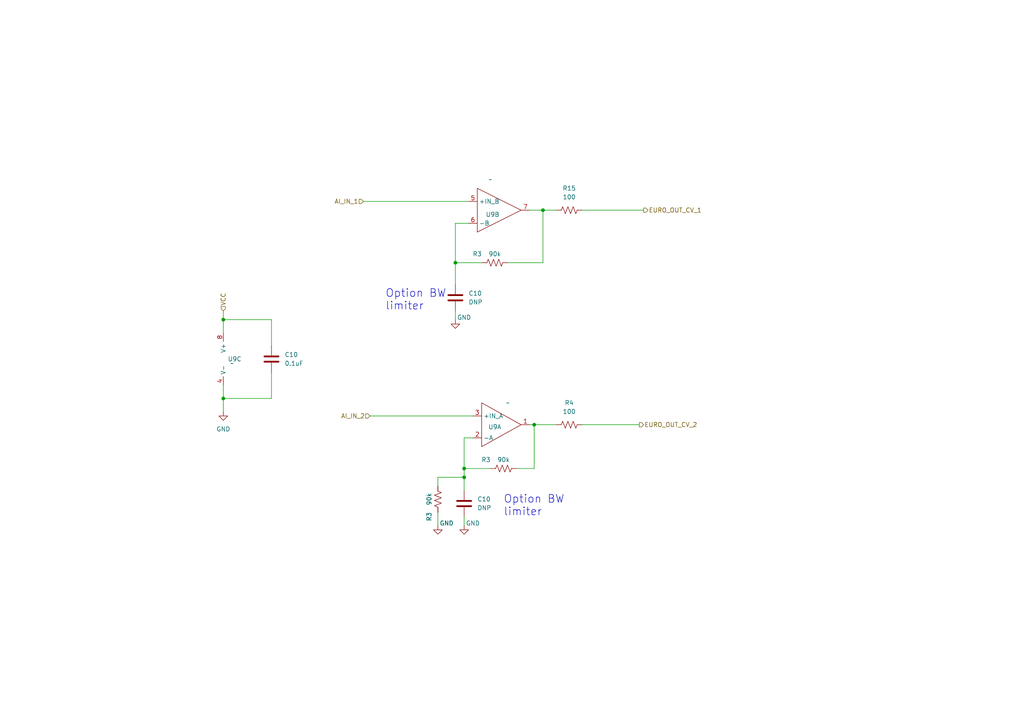
<source format=kicad_sch>
(kicad_sch (version 20230121) (generator eeschema)
  (paper "A4")
  (lib_symbols
    (symbol "Device:C" (pin_numbers hide) (pin_names (offset 0.254))
      (property "Reference" "C" (at 0.635 2.54 0))
      (property "Value" "C" (at 0.635 -2.54 0))
      (symbol "C_0_1"
        (polyline (pts (xy -2.032 -0.762) (xy 2.032 -0.762)) (stroke (width 0.508)))
        (polyline (pts (xy -2.032 0.762) (xy 2.032 0.762)) (stroke (width 0.508)))
      )
      (symbol "C_1_1"
        (pin passive line (at 0 3.81 270) (length 2.794) (name "~") (number "1"))
        (pin passive line (at 0 -3.81 90) (length 2.794) (name "~") (number "2"))
      )
    )
    (symbol "Device:R_US" (pin_numbers hide) (pin_names (offset 0))
      (property "Reference" "R" (at 2.54 0 90))
      (property "Value" "R_US" (at -2.54 0 90))
      (symbol "R_US_0_1"
        (polyline (pts (xy 0 -2.286) (xy 0 -2.54)))
        (polyline (pts (xy 0 2.286) (xy 0 2.54)))
        (polyline (pts (xy 0 -0.762) (xy 1.016 -1.143) (xy 0 -1.524) (xy -1.016 -1.905) (xy 0 -2.286)))
        (polyline (pts (xy 0 0.762) (xy 1.016 0.381) (xy 0 0) (xy -1.016 -0.381) (xy 0 -0.762)))
        (polyline (pts (xy 0 2.286) (xy 1.016 1.905) (xy 0 1.524) (xy -1.016 1.143) (xy 0 0.762)))
      )
      (symbol "R_US_1_1"
        (pin passive line (at 0 3.81 270) (length 1.27) (name "~") (number "1"))
        (pin passive line (at 0 -3.81 90) (length 1.27) (name "~") (number "2"))
      )
    )
    (symbol "OPA1688_SOIC8_1"
      (property "Reference" "U" (at 2.54 0 0))
      (symbol "OPA1688_SOIC8_1_1_1"
        (polyline (pts (xy 0 6.35) (xy 0 -6.35) (xy 11.43 0) (xy 0 6.35) (xy 0 6.35)))
        (pin output line (at 13.97 0 180) (length 2.54) (name "") (number "1"))
        (pin input line (at -2.54 3.81 0) (length 2.54) (name "-A") (number "2"))
        (pin input line (at -2.54 -2.54 0) (length 2.54) (name "+IN_A") (number "3"))
      )
      (symbol "OPA1688_SOIC8_1_2_1"
        (polyline (pts (xy 0 6.35) (xy 0 -6.35) (xy 12.7 0) (xy 0 6.35) (xy 0 6.35)))
        (pin input line (at -2.54 -2.54 0) (length 2.54) (name "+IN_B") (number "5"))
        (pin input line (at -2.54 3.81 0) (length 2.54) (name "-B") (number "6"))
        (pin output line (at 15.24 0 180) (length 2.54) (name "") (number "7"))
      )
      (symbol "OPA1688_SOIC8_1_3_1"
        (pin power_in line (at 0 -6.35 90) (length 2.54) (name "V-") (number "4"))
        (pin power_in line (at 0 8.89 270) (length 2.54) (name "V+") (number "8"))
      )
    )
    (symbol "OPA1688_SOIC8_2"
      (property "Reference" "U" (at 2.54 0 0))
      (symbol "OPA1688_SOIC8_2_1_1"
        (polyline (pts (xy 0 6.35) (xy 0 -6.35) (xy 11.43 0) (xy 0 6.35) (xy 0 6.35)))
        (pin output line (at 13.97 0 180) (length 2.54) (name "") (number "1"))
        (pin input line (at -2.54 3.81 0) (length 2.54) (name "-A") (number "2"))
        (pin input line (at -2.54 -2.54 0) (length 2.54) (name "+IN_A") (number "3"))
      )
      (symbol "OPA1688_SOIC8_2_2_1"
        (polyline (pts (xy 0 6.35) (xy 0 -6.35) (xy 12.7 0) (xy 0 6.35) (xy 0 6.35)))
        (pin input line (at -2.54 -2.54 0) (length 2.54) (name "+IN_B") (number "5"))
        (pin input line (at -2.54 3.81 0) (length 2.54) (name "-B") (number "6"))
        (pin output line (at 15.24 0 180) (length 2.54) (name "") (number "7"))
      )
      (symbol "OPA1688_SOIC8_2_3_1"
        (pin power_in line (at 0 -6.35 90) (length 2.54) (name "V-") (number "4"))
        (pin power_in line (at 0 8.89 270) (length 2.54) (name "V+") (number "8"))
      )
    )
    (symbol "Ultralibrarian_modified_symbols:OPA1688_SOIC8"
      (property "Reference" "U" (at 2.54 0 0))
      (symbol "OPA1688_SOIC8_1_1"
        (polyline (pts (xy 0 6.35) (xy 0 -8.89) (xy 17.78 0) (xy 0 10.16) (xy 0 6.35)))
        (pin output line (at 20.32 0 180) (length 2.54) (name "OUT_A") (number "1"))
        (pin input line (at -2.54 3.81 0) (length 2.54) (name "-A") (number "2"))
        (pin input line (at -2.54 -2.54 0) (length 2.54) (name "+IN_A") (number "3"))
      )
      (symbol "OPA1688_SOIC8_2_1"
        (polyline (pts (xy 0 6.35) (xy 0 -8.89) (xy 17.78 0) (xy 0 10.16) (xy 0 6.35)))
        (pin input line (at -2.54 -2.54 0) (length 2.54) (name "+IN_B") (number "5"))
        (pin input line (at -2.54 3.81 0) (length 2.54) (name "-B") (number "6"))
        (pin output line (at 20.32 0 180) (length 2.54) (name "OUT_B") (number "7"))
      )
      (symbol "OPA1688_SOIC8_3_1"
        (pin power_in line (at 0 -6.35 90) (length 2.54) (name "V-") (number "4"))
        (pin power_in line (at 0 8.89 270) (length 2.54) (name "V+") (number "8"))
      )
    )
    (symbol "power:GND" (power) (pin_names (offset 0))
      (property "Value" "GND" (at 0 -3.81 0))
      (symbol "GND_0_1"
        (polyline (pts (xy 0 0) (xy 0 -1.27) (xy 1.27 -1.27) (xy 0 -2.54) (xy -1.27 -1.27) (xy 0 -1.27)))
      )
      (symbol "GND_1_1"
        (pin power_in line (at 0 0 270) (length 0) hide (name "GND") (number "1"))
      )
    )
  )
  (junction (at 154.94 123.19))
  (junction (at 134.62 135.89))
  (junction (at 132.08 76.2))
  (junction (at 64.77 115.57))
  (junction (at 64.77 92.71))
  (junction (at 157.48 60.96))
  (junction (at 134.62 138.43))
  (wire (pts (xy 153.67 123.19) (xy 154.94 123.19)))
  (wire (pts (xy 134.62 127) (xy 137.16 127)))
  (wire (pts (xy 64.77 90.17) (xy 64.77 92.71)))
  (wire (pts (xy 147.32 76.2) (xy 157.48 76.2)))
  (wire (pts (xy 154.94 123.19) (xy 154.94 135.89)))
  (wire (pts (xy 78.74 100.33) (xy 78.74 92.71)))
  (wire (pts (xy 64.77 92.71) (xy 64.77 96.52)))
  (wire (pts (xy 153.67 60.96) (xy 157.48 60.96)))
  (wire (pts (xy 127 152.4) (xy 127 148.59)))
  (wire (pts (xy 134.62 152.4) (xy 134.62 149.86)))
  (wire (pts (xy 168.91 123.19) (xy 185.42 123.19)))
  (wire (pts (xy 132.08 76.2) (xy 132.08 82.55)))
  (wire (pts (xy 149.86 135.89) (xy 154.94 135.89)))
  (wire (pts (xy 134.62 142.24) (xy 134.62 138.43)))
  (wire (pts (xy 132.08 76.2) (xy 132.08 64.77)))
  (wire (pts (xy 142.24 135.89) (xy 134.62 135.89)))
  (wire (pts (xy 78.74 92.71) (xy 64.77 92.71)))
  (wire (pts (xy 139.7 76.2) (xy 132.08 76.2)))
  (wire (pts (xy 134.62 127) (xy 134.62 135.89)))
  (wire (pts (xy 154.94 123.19) (xy 161.29 123.19)))
  (wire (pts (xy 78.74 115.57) (xy 64.77 115.57)))
  (wire (pts (xy 168.91 60.96) (xy 186.69 60.96)))
  (wire (pts (xy 127 138.43) (xy 134.62 138.43)))
  (wire (pts (xy 78.74 107.95) (xy 78.74 115.57)))
  (wire (pts (xy 157.48 60.96) (xy 161.29 60.96)))
  (wire (pts (xy 107.315 120.65) (xy 137.16 120.65)))
  (wire (pts (xy 105.41 58.42) (xy 135.89 58.42)))
  (wire (pts (xy 132.08 92.71) (xy 132.08 90.17)))
  (wire (pts (xy 64.77 115.57) (xy 64.77 111.76)))
  (wire (pts (xy 134.62 138.43) (xy 134.62 135.89)))
  (wire (pts (xy 64.77 119.38) (xy 64.77 115.57)))
  (wire (pts (xy 132.08 64.77) (xy 135.89 64.77)))
  (wire (pts (xy 127 140.97) (xy 127 138.43)))
  (wire (pts (xy 157.48 76.2) (xy 157.48 60.96)))
  (text "Option BW\nlimiter" (at 111.76 90.17 0) (effects (font (size 2.27 2.27)) (justify left bottom)))
  (text "Option BW\nlimiter" (at 146.05 149.86 0) (effects (font (size 2.27 2.27)) (justify left bottom)))
  (hierarchical_label "AI_IN_1" (shape input) (at 105.41 58.42 180))
  (hierarchical_label "EURO_OUT_CV_2" (shape output) (at 185.42 123.19 0))
  (hierarchical_label "VCC" (shape input) (at 64.77 90.17 90))
  (hierarchical_label "AI_IN_2" (shape input) (at 107.315 120.65 180))
  (hierarchical_label "EURO_OUT_CV_1" (shape output) (at 186.69 60.96 0))
  (symbol (lib_id "Device:R_US") (at 143.51 76.2 90) (unit 1)
    (property "Reference" "R3" (at 138.43 73.66 90))
    (property "Value" "90k" (at 143.51 73.66 90))
    (property "Footprint" "Resistor_SMD:R_0402_1005Metric" (effects hide))
    (instances (project "DaisySeedBreakout" (path "" (reference "R3") (unit 1)) (path "" (reference "R66") (unit 1))) (project "DaisySeedAccessories" (path "" (reference "R10") (unit 1)) (path "" (reference "R30") (unit 1)) (path "" (reference "R41") (unit 1))))
  )
  (symbol (lib_id "Device:C") (at 132.08 86.36 0) (unit 1)
    (property "Reference" "C10" (at 135.89 85.09 0) (effects (justify left)))
    (property "Value" "DNP" (at 135.89 87.63 0) (effects (justify left)))
    (property "Footprint" "Capacitor_SMD:C_0402_1005Metric" (effects hide))
    (instances (project "DaisySeedBreakout" (path "" (reference "C10") (unit 1)) (path "" (reference "C71") (unit 1))) (project "DaisySeedAccessories" (path "" (reference "C8") (unit 1)) (path "" (reference "C18") (unit 1)) (path "" (reference "C25") (unit 1))))
  )
  (symbol (lib_id "Device:R_US") (at 165.1 123.19 90) (unit 1)
    (property "Reference" "R4" (at 165.1 116.84 90))
    (property "Value" "100" (at 165.1 119.38 90))
    (property "Footprint" "Resistor_SMD:R_0402_1005Metric" (effects hide))
    (instances (project "DaisySeedBreakout" (path "" (reference "R4") (unit 1)) (path "" (reference "R18") (unit 1))) (project "DaisySeedAccessories" (path "" (reference "R13") (unit 1)) (path "" (reference "R33") (unit 1)) (path "" (reference "R44") (unit 1))))
  )
  (symbol (lib_name "OPA1688_SOIC8_1") (lib_id "Ultralibrarian_modified_symbols:OPA1688_SOIC8") (at 139.7 123.19 0) (mirror x) (unit 1)
    (property "Reference" "U9" (at 143.51 123.825 0))
    (property "Value" "~" (at 147.32 116.84 0))
    (property "Footprint" "Ultralibrarian:D8_TEX" (effects hide))
    (instances (project "DaisySeedBreakout" (path "" (reference "U9") (unit 1)) (path "" (reference "U3") (unit 1))) (project "DaisySeedAccessories" (path "" (reference "U2") (unit 1)) (path "" (reference "U4") (unit 1)) (path "" (reference "U5") (unit 1))))
  )
  (symbol (lib_name "OPA1688_SOIC8_2") (lib_id "Ultralibrarian_modified_symbols:OPA1688_SOIC8") (at 138.43 60.96 0) (mirror x) (unit 2)
    (property "Reference" "U9" (at 142.875 62.23 0))
    (property "Value" "~" (at 142.24 52.07 0))
    (property "Footprint" "Ultralibrarian:D8_TEX" (effects hide))
    (instances (project "DaisySeedBreakout" (path "" (reference "U9") (unit 2)) (path "" (reference "U3") (unit 2))) (project "DaisySeedAccessories" (path "" (reference "U2") (unit 2)) (path "" (reference "U4") (unit 2)) (path "" (reference "U5") (unit 2))))
  )
  (symbol (lib_id "power:GND") (at 127 152.4 0) (unit 1)
    (property "Reference" "#PWR05" (effects hide))
    (property "Value" "GND" (at 129.54 151.765 0))
    (instances (project "DaisySeedBreakout" (path "" (reference "#PWR05") (unit 1)) (path "" (reference "#PWR09") (unit 1))) (project "DaisySeedAccessories" (path "" (reference "#PWR017") (unit 1)) (path "" (reference "#PWR026") (unit 1)) (path "" (reference "#PWR034") (unit 1))))
  )
  (symbol (lib_id "power:GND") (at 132.08 92.71 0) (unit 1)
    (property "Reference" "#PWR05" (effects hide))
    (property "Value" "GND" (at 134.62 92.075 0))
    (instances (project "DaisySeedBreakout" (path "" (reference "#PWR05") (unit 1)) (path "" (reference "#PWR0173") (unit 1))) (project "DaisySeedAccessories" (path "" (reference "#PWR013") (unit 1)) (path "" (reference "#PWR027") (unit 1)) (path "" (reference "#PWR035") (unit 1))))
  )
  (symbol (lib_id "power:GND") (at 64.77 119.38 0) (unit 1)
    (property "Reference" "#PWR07" (effects hide))
    (property "Value" "GND" (at 64.77 124.46 0))
    (instances (project "DaisySeedBreakout" (path "" (reference "#PWR07") (unit 1)) (path "" (reference "#PWR010") (unit 1))) (project "DaisySeedAccessories" (path "" (reference "#PWR09") (unit 1)) (path "" (reference "#PWR023") (unit 1)) (path "" (reference "#PWR031") (unit 1))))
  )
  (symbol (lib_id "power:GND") (at 134.62 152.4 0) (unit 1)
    (property "Reference" "#PWR05" (effects hide))
    (property "Value" "GND" (at 137.16 151.765 0))
    (instances (project "DaisySeedBreakout" (path "" (reference "#PWR05") (unit 1)) (path "" (reference "#PWR09") (unit 1))) (project "DaisySeedAccessories" (path "" (reference "#PWR014") (unit 1)) (path "" (reference "#PWR028") (unit 1)) (path "" (reference "#PWR036") (unit 1))))
  )
  (symbol (lib_id "Device:R_US") (at 127 144.78 180) (unit 1)
    (property "Reference" "R3" (at 124.46 149.86 90))
    (property "Value" "90k" (at 124.46 144.78 90))
    (property "Footprint" "Resistor_SMD:R_0402_1005Metric" (effects hide))
    (instances (project "DaisySeedBreakout" (path "" (reference "R3") (unit 1)) (path "" (reference "R8") (unit 1))) (project "DaisySeedAccessories" (path "" (reference "R16") (unit 1)) (path "" (reference "R29") (unit 1)) (path "" (reference "R40") (unit 1))))
  )
  (symbol (lib_id "Device:R_US") (at 165.1 60.96 90) (unit 1)
    (property "Reference" "R15" (at 165.1 54.61 90))
    (property "Value" "100" (at 165.1 57.15 90))
    (property "Footprint" "Resistor_SMD:R_0402_1005Metric" (effects hide))
    (instances (project "DaisySeedBreakout" (path "" (reference "R15") (unit 1)) (path "" (reference "R19") (unit 1))) (project "DaisySeedAccessories" (path "" (reference "R12") (unit 1)) (path "" (reference "R32") (unit 1)) (path "" (reference "R43") (unit 1))))
  )
  (symbol (lib_id "Device:C") (at 78.74 104.14 0) (unit 1)
    (property "Reference" "C10" (at 82.55 102.87 0) (effects (justify left)))
    (property "Value" "0.1uF" (at 82.55 105.41 0) (effects (justify left)))
    (property "Footprint" "Capacitor_SMD:C_0402_1005Metric" (effects hide))
    (instances (project "DaisySeedBreakout" (path "" (reference "C10") (unit 1)) (path "" (reference "C24") (unit 1))) (project "DaisySeedAccessories" (path "" (reference "C5") (unit 1)) (path "" (reference "C12") (unit 1)) (path "" (reference "C22") (unit 1))))
  )
  (symbol (lib_id "Ultralibrarian_modified_symbols:OPA1688_SOIC8") (at 64.77 105.41 0) (unit 3)
    (property "Reference" "U9" (at 66.04 104.14 0) (effects (justify left)))
    (property "Value" "~" (at 67.31 105.41 0))
    (property "Footprint" "Ultralibrarian:D8_TEX" (effects hide))
    (instances (project "DaisySeedBreakout" (path "" (reference "U9") (unit 3)) (path "" (reference "U3") (unit 3))) (project "DaisySeedAccessories" (path "" (reference "U2") (unit 3)) (path "" (reference "U4") (unit 3)) (path "" (reference "U5") (unit 3))))
  )
  (symbol (lib_id "Device:R_US") (at 146.05 135.89 90) (unit 1)
    (property "Reference" "R3" (at 140.97 133.35 90))
    (property "Value" "90k" (at 146.05 133.35 90))
    (property "Footprint" "Resistor_SMD:R_0402_1005Metric" (effects hide))
    (instances (project "DaisySeedBreakout" (path "" (reference "R3") (unit 1)) (path "" (reference "R8") (unit 1))) (project "DaisySeedAccessories" (path "" (reference "R11") (unit 1)) (path "" (reference "R31") (unit 1)) (path "" (reference "R42") (unit 1))))
  )
  (symbol (lib_id "Device:C") (at 134.62 146.05 0) (unit 1)
    (property "Reference" "C10" (at 138.43 144.78 0) (effects (justify left)))
    (property "Value" "DNP" (at 138.43 147.32 0) (effects (justify left)))
    (property "Footprint" "Capacitor_SMD:C_0402_1005Metric" (effects hide))
    (instances (project "DaisySeedBreakout" (path "" (reference "C10") (unit 1)) (path "" (reference "C70") (unit 1))) (project "DaisySeedAccessories" (path "" (reference "C9") (unit 1)) (path "" (reference "C19") (unit 1)) (path "" (reference "C26") (unit 1))))
  )
)
</source>
